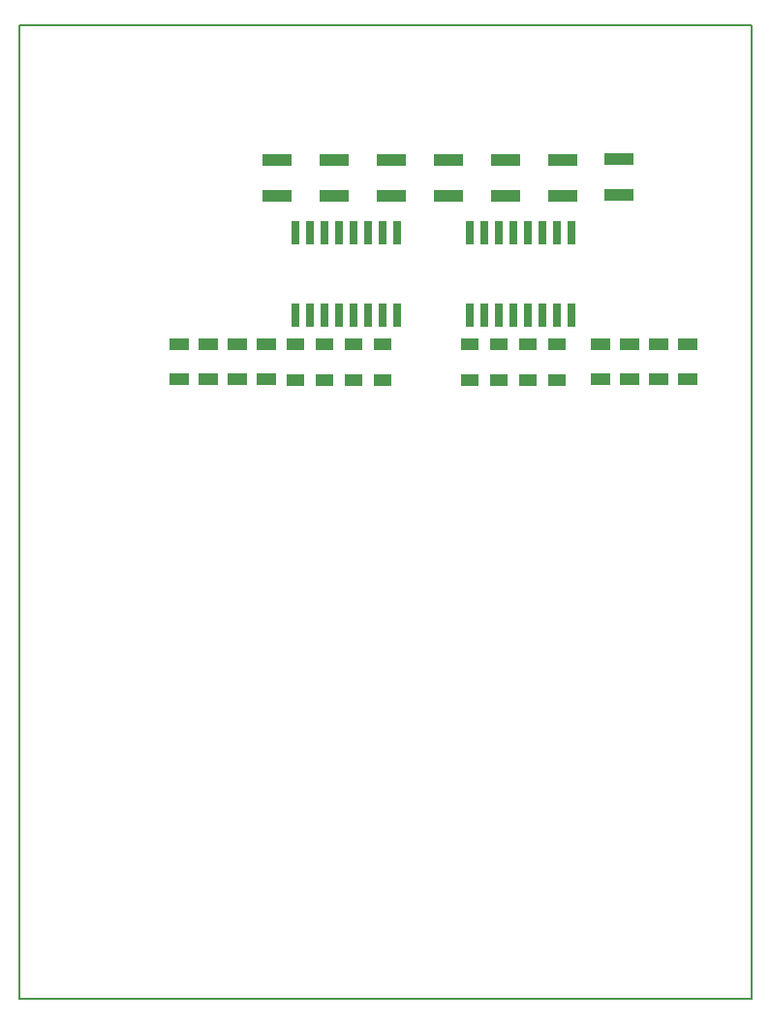
<source format=gbr>
G04 PROTEUS GERBER X2 FILE*
%TF.GenerationSoftware,Labcenter,Proteus,8.5-SP1-Build22252*%
%TF.CreationDate,2016-12-17T22:17:43+00:00*%
%TF.FileFunction,Paste,Top*%
%TF.FilePolarity,Positive*%
%TF.Part,Single*%
%FSLAX45Y45*%
%MOMM*%
G01*
%TA.AperFunction,Material*%
%ADD25R,0.635000X2.032000*%
%ADD26R,2.540000X1.016000*%
%ADD27R,1.524000X1.016000*%
%ADD28R,1.752600X1.041400*%
%TA.AperFunction,Profile*%
%ADD17C,0.203200*%
D25*
X-11938000Y+10883900D03*
X-12065000Y+10883900D03*
X-12192000Y+10883900D03*
X-12319000Y+10883900D03*
X-12446000Y+10883900D03*
X-12573000Y+10883900D03*
X-12700000Y+10883900D03*
X-12827000Y+10883900D03*
X-12827000Y+10160000D03*
X-12700000Y+10160000D03*
X-12573000Y+10160000D03*
X-12446000Y+10160000D03*
X-12319000Y+10160000D03*
X-12192000Y+10160000D03*
X-12065000Y+10160000D03*
X-11938000Y+10160000D03*
X-10414000Y+10883900D03*
X-10541000Y+10883900D03*
X-10668000Y+10883900D03*
X-10795000Y+10883900D03*
X-10922000Y+10883900D03*
X-11049000Y+10883900D03*
X-11176000Y+10883900D03*
X-11303000Y+10883900D03*
X-11303000Y+10160000D03*
X-11176000Y+10160000D03*
X-11049000Y+10160000D03*
X-10922000Y+10160000D03*
X-10795000Y+10160000D03*
X-10668000Y+10160000D03*
X-10541000Y+10160000D03*
X-10414000Y+10160000D03*
D26*
X-12990000Y+11514960D03*
X-12990000Y+11200000D03*
X-12490000Y+11514960D03*
X-12490000Y+11200000D03*
X-11990000Y+11514960D03*
X-11990000Y+11200000D03*
X-11490000Y+11514960D03*
X-11490000Y+11200000D03*
X-10990000Y+11514960D03*
X-10990000Y+11200000D03*
X-10490000Y+11514960D03*
X-10490000Y+11200000D03*
X-9999500Y+11524460D03*
X-9999500Y+11209500D03*
D27*
X-10541000Y+9591040D03*
X-10541000Y+9906000D03*
X-10795000Y+9591040D03*
X-10795000Y+9906000D03*
X-11049000Y+9591040D03*
X-11049000Y+9906000D03*
X-11303000Y+9591040D03*
X-11303000Y+9906000D03*
X-12319000Y+9591040D03*
X-12319000Y+9906000D03*
X-12573000Y+9591040D03*
X-12573000Y+9906000D03*
X-12827000Y+9591040D03*
X-12827000Y+9906000D03*
D28*
X-13081000Y+9906000D03*
X-13081000Y+9606000D03*
X-13335000Y+9906000D03*
X-13335000Y+9606000D03*
X-13589000Y+9906000D03*
X-13589000Y+9606000D03*
X-13843000Y+9906000D03*
X-13843000Y+9606000D03*
X-9398000Y+9906000D03*
X-9398000Y+9606000D03*
X-9652000Y+9906000D03*
X-9652000Y+9606000D03*
X-9906000Y+9906000D03*
X-9906000Y+9606000D03*
X-10160000Y+9906000D03*
X-10160000Y+9606000D03*
D27*
X-12065000Y+9591040D03*
X-12065000Y+9906000D03*
D17*
X-15240000Y+4195000D02*
X-8840000Y+4195000D01*
X-8840000Y+12695000D01*
X-15240000Y+12695000D01*
X-15240000Y+4195000D01*
M02*

</source>
